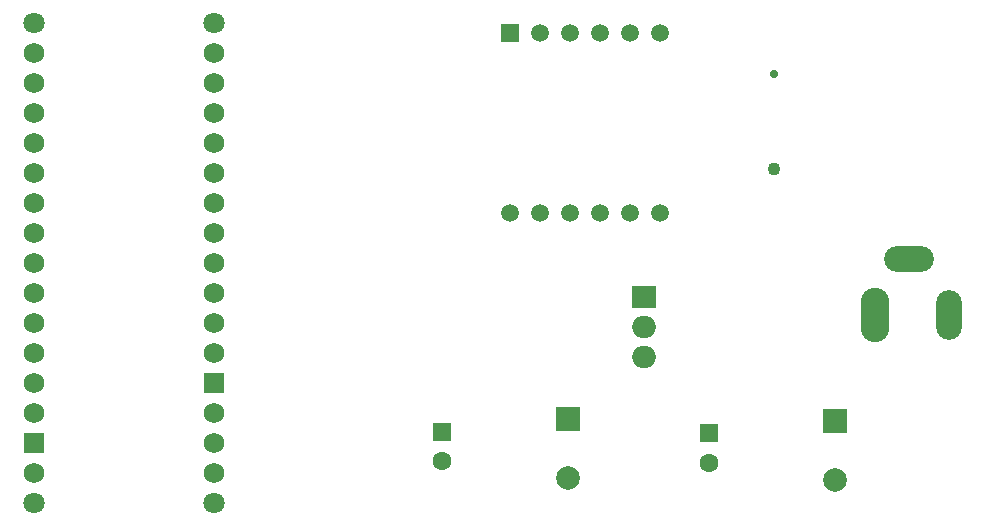
<source format=gbr>
%TF.GenerationSoftware,KiCad,Pcbnew,9.0.1*%
%TF.CreationDate,2025-06-17T23:00:35+08:00*%
%TF.ProjectId,EpochCounter,45706f63-6843-46f7-956e-7465722e6b69,rev?*%
%TF.SameCoordinates,Original*%
%TF.FileFunction,Soldermask,Bot*%
%TF.FilePolarity,Negative*%
%FSLAX46Y46*%
G04 Gerber Fmt 4.6, Leading zero omitted, Abs format (unit mm)*
G04 Created by KiCad (PCBNEW 9.0.1) date 2025-06-17 23:00:35*
%MOMM*%
%LPD*%
G01*
G04 APERTURE LIST*
%ADD10C,1.100000*%
%ADD11C,0.700000*%
%ADD12R,2.000000X2.000000*%
%ADD13C,2.000000*%
%ADD14R,1.600000X1.600000*%
%ADD15C,1.600000*%
%ADD16R,2.000000X1.905000*%
%ADD17O,2.000000X1.905000*%
%ADD18C,1.800000*%
%ADD19C,1.727200*%
%ADD20R,1.727200X1.727200*%
%ADD21O,2.404000X4.604000*%
%ADD22O,2.204000X4.204000*%
%ADD23O,4.204000X2.204000*%
%ADD24R,1.500000X1.500000*%
%ADD25C,1.500000*%
G04 APERTURE END LIST*
D10*
%TO.C,BT1*%
X173863000Y-95554800D03*
D11*
X173863000Y-87554800D03*
%TD*%
D12*
%TO.C,C4*%
X156440000Y-116782323D03*
D13*
X156440000Y-121782323D03*
%TD*%
D14*
%TO.C,C1*%
X168378000Y-117967621D03*
D15*
X168378000Y-120467621D03*
%TD*%
D12*
%TO.C,C3*%
X179003000Y-116909323D03*
D13*
X179003000Y-121909323D03*
%TD*%
D16*
%TO.C,U3*%
X162861000Y-106450000D03*
D17*
X162861000Y-108990000D03*
X162861000Y-111530000D03*
%TD*%
D18*
%TO.C,A1*%
X126468000Y-123849000D03*
X126468000Y-83209000D03*
X111228000Y-123849000D03*
X111228000Y-83209000D03*
D19*
X111228000Y-88289000D03*
X111228000Y-113689000D03*
X111228000Y-93369000D03*
X111228000Y-95909000D03*
X111228000Y-98449000D03*
X111228000Y-100989000D03*
X111228000Y-103529000D03*
X111228000Y-106069000D03*
X111228000Y-108609000D03*
X111228000Y-111149000D03*
X111228000Y-90829000D03*
X126468000Y-118769000D03*
X126468000Y-121309000D03*
X126468000Y-111149000D03*
X126468000Y-108609000D03*
X126468000Y-106069000D03*
X126468000Y-103529000D03*
X126468000Y-100989000D03*
X126468000Y-98449000D03*
X126468000Y-95909000D03*
X126468000Y-93369000D03*
X126468000Y-90829000D03*
X126468000Y-88289000D03*
X126468000Y-85749000D03*
X111228000Y-85749000D03*
D20*
X126468000Y-113689000D03*
X111228000Y-118769000D03*
D19*
X126468000Y-116229000D03*
X111228000Y-116229000D03*
X111228000Y-121309000D03*
%TD*%
D14*
%TO.C,C2*%
X145772000Y-117840621D03*
D15*
X145772000Y-120340621D03*
%TD*%
D21*
%TO.C,J1*%
X182426000Y-107965000D03*
D22*
X188726000Y-107965000D03*
D23*
X185326000Y-103165000D03*
%TD*%
D24*
%TO.C,U1*%
X151511000Y-84102000D03*
D25*
X154051000Y-84102000D03*
X156591000Y-84102000D03*
X159131000Y-84102000D03*
X161671000Y-84102000D03*
X164211000Y-84102000D03*
X164211000Y-99342000D03*
X161671000Y-99342000D03*
X159131000Y-99342000D03*
X156591000Y-99342000D03*
X154051000Y-99342000D03*
X151511000Y-99342000D03*
%TD*%
M02*

</source>
